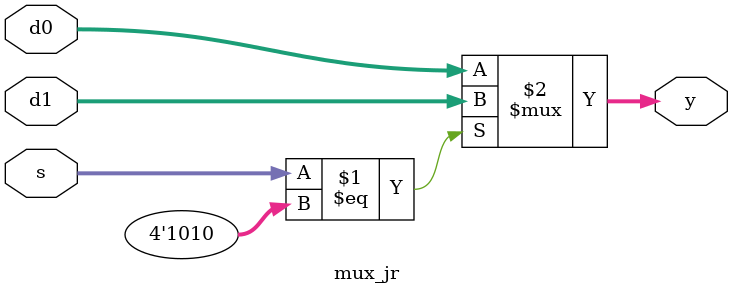
<source format=v>
`timescale 1ns/1ps
`define mydelay 1


`define REGFILE_FF
`ifdef REGFILE_FF

module regfile(input             clk, 
               input             we, 
               input      [4:0]  ra1, ra2, wa, 
               input      [31:0] wd, 
               output reg [31:0] rd1, rd2);

	reg [31:0] R1;
	reg [31:0] R2;
	reg [31:0] R3;
	reg [31:0] R4;
	reg [31:0] R5;
	reg [31:0] R6;
	reg [31:0] R7;
	reg [31:0] R8;
	reg [31:0] R9;
	reg [31:0] R10;
	reg [31:0] R11;
	reg [31:0] R12;
	reg [31:0] R13;
	reg [31:0] R14;
	reg [31:0] R15;
	reg [31:0] R16;
	reg [31:0] R17;
	reg [31:0] R18;
	reg [31:0] R19;
	reg [31:0] R20;
	reg [31:0] R21;
	reg [31:0] R22;
	reg [31:0] R23;
	reg [31:0] R24;
	reg [31:0] R25;
	reg [31:0] R26;
	reg [31:0] R27;
	reg [31:0] R28;
	reg [31:0] R29;
	reg [31:0] R30;
	reg [31:0] R31;

	always @(posedge clk)
	begin
  	 if (we) 
	 begin
   		case (wa[4:0])
   		5'd0:   ;
   		5'd1:   R1  <= wd;
   		5'd2:   R2  <= wd;
   		5'd3:   R3  <= wd;
   		5'd4:   R4  <= wd;
   		5'd5:   R5  <= wd;
   		5'd6:   R6  <= wd;
   		5'd7:   R7  <= wd;
   		5'd8:   R8  <= wd;
   		5'd9:   R9  <= wd;
   		5'd10:  R10 <= wd;
   		5'd11:  R11 <= wd;
   		5'd12:  R12 <= wd;
   		5'd13:  R13 <= wd;
   		5'd14:  R14 <= wd;
   		5'd15:  R15 <= wd;
   		5'd16:  R16 <= wd;
   		5'd17:  R17 <= wd;
   		5'd18:  R18 <= wd;
   		5'd19:  R19 <= wd;
   		5'd20:  R20 <= wd;
   		5'd21:  R21 <= wd;
   		5'd22:  R22 <= wd;
   		5'd23:  R23 <= wd;
   		5'd24:  R24 <= wd;
   		5'd25:  R25 <= wd;
   		5'd26:  R26 <= wd;
   		5'd27:  R27 <= wd;
   		5'd28:  R28 <= wd;
   		5'd29:  R29 <= wd;
   		5'd30:  R30 <= wd;
   		5'd31:  R31 <= wd;
   		endcase
     end
	end

	always @(*)
	begin
		case (ra2[4:0])
		5'd0:   rd2 = 32'b0;
		5'd1:   rd2 = R1;
		5'd2:   rd2 = R2;
		5'd3:   rd2 = R3;
		5'd4:   rd2 = R4;
		5'd5:   rd2 = R5;
		5'd6:   rd2 = R6;
		5'd7:   rd2 = R7;
		5'd8:   rd2 = R8;
		5'd9:   rd2 = R9;
		5'd10:  rd2 = R10;
		5'd11:  rd2 = R11;
		5'd12:  rd2 = R12;
		5'd13:  rd2 = R13;
		5'd14:  rd2 = R14;
		5'd15:  rd2 = R15;
		5'd16:  rd2 = R16;
		5'd17:  rd2 = R17;
		5'd18:  rd2 = R18;
		5'd19:  rd2 = R19;
		5'd20:  rd2 = R20;
		5'd21:  rd2 = R21;
		5'd22:  rd2 = R22;
		5'd23:  rd2 = R23;
		5'd24:  rd2 = R24;
		5'd25:  rd2 = R25;
		5'd26:  rd2 = R26;
		5'd27:  rd2 = R27;
		5'd28:  rd2 = R28;
		5'd29:  rd2 = R29;
		5'd30:  rd2 = R30;
		5'd31:  rd2 = R31;
		endcase
	end

	always @(*)
	begin
		case (ra1[4:0])
		5'd0:   rd1 = 32'b0;
		5'd1:   rd1 = R1;
		5'd2:   rd1 = R2;
		5'd3:   rd1 = R3;
		5'd4:   rd1 = R4;
		5'd5:   rd1 = R5;
		5'd6:   rd1 = R6;
		5'd7:   rd1 = R7;
		5'd8:   rd1 = R8;
		5'd9:   rd1 = R9;
		5'd10:  rd1 = R10;
		5'd11:  rd1 = R11;
		5'd12:  rd1 = R12;
		5'd13:  rd1 = R13;
		5'd14:  rd1 = R14;
		5'd15:  rd1 = R15;
		5'd16:  rd1 = R16;
		5'd17:  rd1 = R17;
		5'd18:  rd1 = R18;
		5'd19:  rd1 = R19;
		5'd20:  rd1 = R20;
		5'd21:  rd1 = R21;
		5'd22:  rd1 = R22;
		5'd23:  rd1 = R23;
		5'd24:  rd1 = R24;
		5'd25:  rd1 = R25;
		5'd26:  rd1 = R26;
		5'd27:  rd1 = R27;
		5'd28:  rd1 = R28;
		5'd29:  rd1 = R29;
		5'd30:  rd1 = R30;
		5'd31:  rd1 = R31;
		endcase
	end

endmodule

`else

module regfile(input         clk, 
               input         we, 
               input  [4:0]  ra1, ra2, wa, 
               input  [31:0] wd, 
               output [31:0] rd1, rd2);

  reg [31:0] rf[31:0];

  // three ported register file
  // read two ports combinationally
  // write third port on rising edge of clock
  // register 0 hardwired to 0

  always @(posedge clk)
    if (we) rf[wa] <= #`mydelay wd;	

  assign #`mydelay rd1 = (ra1 != 0) ? rf[ra1] : 0;
  assign #`mydelay rd2 = (ra2 != 0) ? rf[ra2] : 0;
endmodule

`endif


module alu(input      [31:0] a, b, 
           input      [3:0]  alucont, 
           output reg [31:0] result,
           output            zero);

  wire [31:0] b2, sum, slt, sltu, Rslt;
  wire        N, Z, C, V;

  assign b2 = alucont[2] ? ~b:b; 

  adder_32bit iadder32 (.a   (a),
			     				.b   (b2),
								.cin (alucont[2]),
								.sum (sum),
								.N   (N),
								.Z   (Z),
								.C   (C),
								.V   (V));

  // signed less than ("N set and V clear" OR "N clear and V set")
  assign slt  = N ^ V ; 

  // unsigned lower (C clear) 
  assign sltu = ~C ;   

  assign Rslt = alucont[3] ? {31'b0,sltu[0]}:{31'b0,slt[0]}; //1 is sltu, 0 is slt
  
  always@(*)
    case(alucont[1:0])
      2'b00: result <= #`mydelay a & b;
      2'b01: result <= #`mydelay a | b;
      2'b10: result <= #`mydelay sum;
      2'b11: result <= #`mydelay Rslt;
    endcase

  assign #`mydelay zero = (result == 32'b0);

endmodule


module adder_32bit (input  [31:0] a, b, 
                    input         cin,
                    output [31:0] sum,
                    output        N,Z,C,V);

	wire [31:0]  ctmp;

	assign N = sum[31];
	assign Z = (sum == 32'b0);
	assign C = ctmp[31];
	assign V = ctmp[31] ^ ctmp[30];

	adder_1bit bit31 (.a(a[31]), .b(b[31]), .cin(ctmp[30]), .sum(sum[31]), .cout(ctmp[31]));
	adder_1bit bit30 (.a(a[30]), .b(b[30]), .cin(ctmp[29]), .sum(sum[30]), .cout(ctmp[30]));
	adder_1bit bit29 (.a(a[29]), .b(b[29]), .cin(ctmp[28]), .sum(sum[29]), .cout(ctmp[29]));
	adder_1bit bit28 (.a(a[28]), .b(b[28]), .cin(ctmp[27]), .sum(sum[28]), .cout(ctmp[28]));
	adder_1bit bit27 (.a(a[27]), .b(b[27]), .cin(ctmp[26]), .sum(sum[27]), .cout(ctmp[27]));
	adder_1bit bit26 (.a(a[26]), .b(b[26]), .cin(ctmp[25]), .sum(sum[26]), .cout(ctmp[26]));
	adder_1bit bit25 (.a(a[25]), .b(b[25]), .cin(ctmp[24]), .sum(sum[25]), .cout(ctmp[25]));
	adder_1bit bit24 (.a(a[24]), .b(b[24]), .cin(ctmp[23]), .sum(sum[24]), .cout(ctmp[24]));
	adder_1bit bit23 (.a(a[23]), .b(b[23]), .cin(ctmp[22]), .sum(sum[23]), .cout(ctmp[23]));
	adder_1bit bit22 (.a(a[22]), .b(b[22]), .cin(ctmp[21]), .sum(sum[22]), .cout(ctmp[22]));
	adder_1bit bit21 (.a(a[21]), .b(b[21]), .cin(ctmp[20]), .sum(sum[21]), .cout(ctmp[21]));
	adder_1bit bit20 (.a(a[20]), .b(b[20]), .cin(ctmp[19]), .sum(sum[20]), .cout(ctmp[20]));
	adder_1bit bit19 (.a(a[19]), .b(b[19]), .cin(ctmp[18]), .sum(sum[19]), .cout(ctmp[19]));
	adder_1bit bit18 (.a(a[18]), .b(b[18]), .cin(ctmp[17]), .sum(sum[18]), .cout(ctmp[18]));
	adder_1bit bit17 (.a(a[17]), .b(b[17]), .cin(ctmp[16]), .sum(sum[17]), .cout(ctmp[17]));
	adder_1bit bit16 (.a(a[16]), .b(b[16]), .cin(ctmp[15]), .sum(sum[16]), .cout(ctmp[16]));
	adder_1bit bit15 (.a(a[15]), .b(b[15]), .cin(ctmp[14]), .sum(sum[15]), .cout(ctmp[15]));
	adder_1bit bit14 (.a(a[14]), .b(b[14]), .cin(ctmp[13]), .sum(sum[14]), .cout(ctmp[14]));
	adder_1bit bit13 (.a(a[13]), .b(b[13]), .cin(ctmp[12]), .sum(sum[13]), .cout(ctmp[13]));
	adder_1bit bit12 (.a(a[12]), .b(b[12]), .cin(ctmp[11]), .sum(sum[12]), .cout(ctmp[12]));
	adder_1bit bit11 (.a(a[11]), .b(b[11]), .cin(ctmp[10]), .sum(sum[11]), .cout(ctmp[11]));
	adder_1bit bit10 (.a(a[10]), .b(b[10]), .cin(ctmp[9]),  .sum(sum[10]), .cout(ctmp[10]));
	adder_1bit bit9  (.a(a[9]),  .b(b[9]),  .cin(ctmp[8]),  .sum(sum[9]),  .cout(ctmp[9]));
	adder_1bit bit8  (.a(a[8]),  .b(b[8]),  .cin(ctmp[7]),  .sum(sum[8]),  .cout(ctmp[8]));
	adder_1bit bit7  (.a(a[7]),  .b(b[7]),  .cin(ctmp[6]),  .sum(sum[7]),  .cout(ctmp[7]));
	adder_1bit bit6  (.a(a[6]),  .b(b[6]),  .cin(ctmp[5]),  .sum(sum[6]),  .cout(ctmp[6]));
	adder_1bit bit5  (.a(a[5]),  .b(b[5]),  .cin(ctmp[4]),  .sum(sum[5]),  .cout(ctmp[5]));
	adder_1bit bit4  (.a(a[4]),  .b(b[4]),  .cin(ctmp[3]),  .sum(sum[4]),  .cout(ctmp[4]));
	adder_1bit bit3  (.a(a[3]),  .b(b[3]),  .cin(ctmp[2]),  .sum(sum[3]),  .cout(ctmp[3]));
	adder_1bit bit2  (.a(a[2]),  .b(b[2]),  .cin(ctmp[1]),  .sum(sum[2]),  .cout(ctmp[2]));
	adder_1bit bit1  (.a(a[1]),  .b(b[1]),  .cin(ctmp[0]),  .sum(sum[1]),  .cout(ctmp[1]));
	adder_1bit bit0  (.a(a[0]),  .b(b[0]),  .cin(cin),      .sum(sum[0]),  .cout(ctmp[0]));

endmodule


module adder_1bit (input a, b, cin,
                   output sum, cout);

  assign sum  = a ^ b ^ cin;
  assign cout = (a & b) | (a & cin) | (b & cin);

endmodule


module adder(input [31:0] a, b,
             output [31:0] y);

  assign #`mydelay y = a + b;
endmodule



module sl2(input  [31:0] a,
           output [31:0] y);

  // shift left by 2
  assign #`mydelay y = {a[29:0], 2'b00};
endmodule



module sign_zero_ext(input      [15:0] a,
                     input             signext,
                     output reg [31:0] y);
              
   always @(*)
	begin
	   if (signext)  y <= {{16{a[15]}}, a[15:0]};
	   else          y <= {16'b0, a[15:0]};
	end

endmodule



module shift_left_16(input      [31:0] a,
		               input         shiftl16,
                     output reg [31:0] y);

   always @(*)
	begin
	   if (shiftl16) y = {a[15:0],16'b0};
	   else          y = a[31:0];
	end
              
endmodule



module flopr #(parameter WIDTH = 8)
              (input                  clk, reset,
               input      [WIDTH-1:0] d, 
               output reg [WIDTH-1:0] q);

  always @(posedge clk, posedge reset)
    if (reset) q <= #`mydelay 0;
    else       q <= #`mydelay d;

endmodule



module flopenr #(parameter WIDTH = 8)
                (input                  clk, reset,
                 input                  en,
                 input      [WIDTH-1:0] d, 
                 output reg [WIDTH-1:0] q);
 
  always @(posedge clk, posedge reset)
    if      (reset) q <= #`mydelay 0;
    else if (en)    q <= #`mydelay d;

endmodule



module mux2 #(parameter WIDTH = 8)
             (input  [WIDTH-1:0] d0, d1, 
              input              s, 
              output [WIDTH-1:0] y);

  assign #`mydelay y = s ? d1 : d0; 

endmodule

module mux_jr (input  [31:0] d0, d1,
			   	input  [3:0]  s,
					output [31:0] y);

  assign #`mydelay y = (s[3:0] == 4'b1010) ? d1 : d0;

endmodule

</source>
